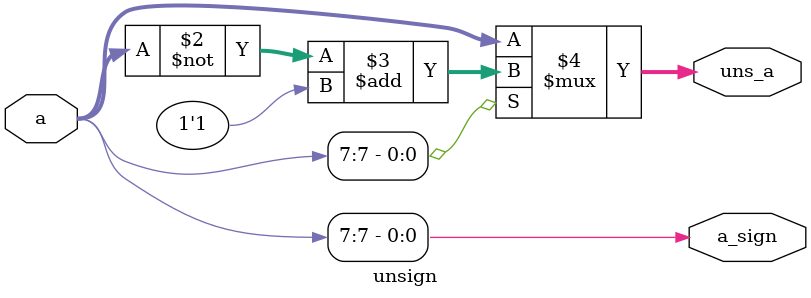
<source format=v>


// Company: iCAS Lab, University of South Carolina
// Engineer: Mohammed E. Elbtity
// Create Date: 02/26/2021 04:27:39 PM
// Design Name: 
// Module Name: unsign
// Project Name: 
// Target Devices: 
// Tool Versions: 
// Description: 
// 
// Dependencies: 
// 
// Revision:
// Revision 0.01 - File Created
// Additional Comments:
// 
//////////////////////////////////////////////////////////////////////////////////

`timescale 1ns / 1ps

module unsign #(
    parameter A_BW = 8                                  // The number of bits in the operand
    )                             (
    input [A_BW-1:0] a,
    output [A_BW-1:0] uns_a,
    output a_sign
    );
    
    assign uns_a = (a[A_BW-1] == 1'b1) ? ~a + 1'b1 : a;
    assign a_sign = a[A_BW-1]; 
endmodule

</source>
